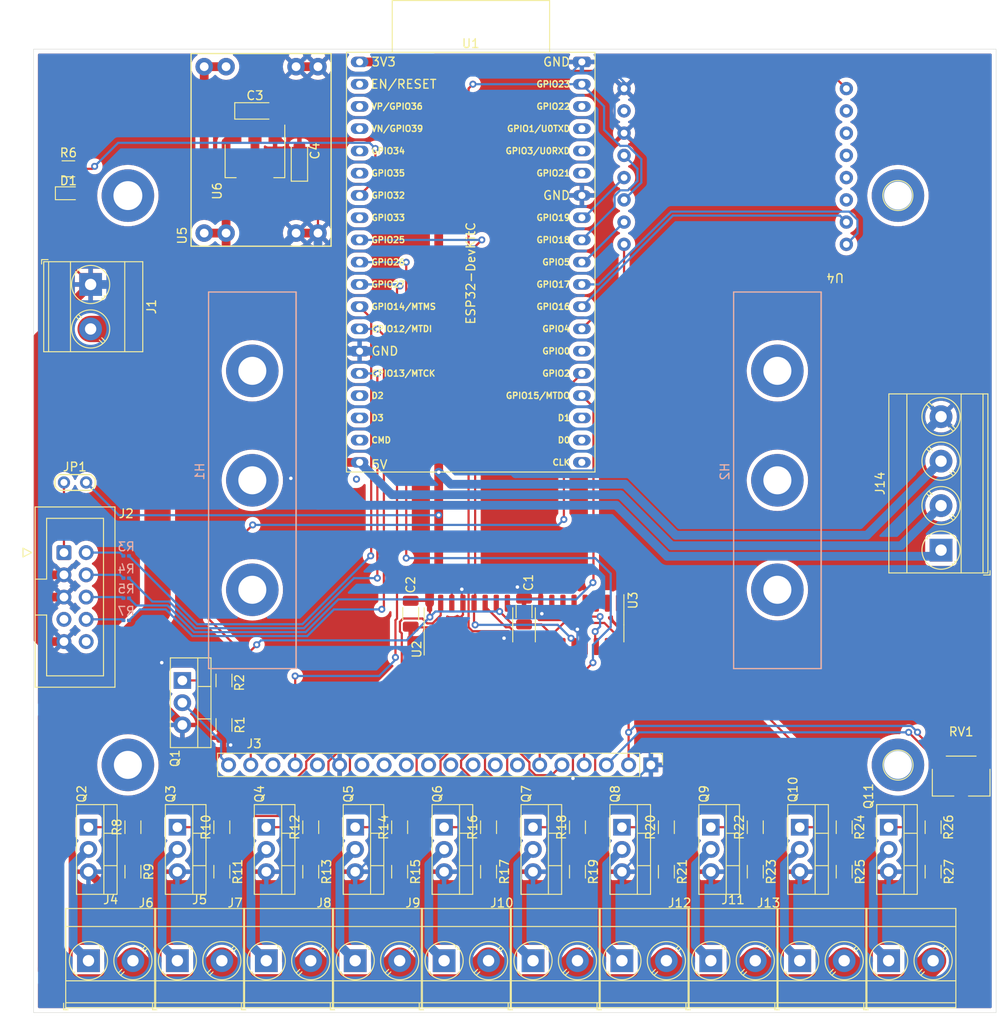
<source format=kicad_pcb>
(kicad_pcb (version 20211014) (generator pcbnew)
  (layers (0 "F.Cu" signal) (31 "B.Cu" signal) (34 "B.Paste" user) (35 "F.Paste" user) (36 "B.SilkS" user "B.Silkscreen") (37 "F.SilkS" user "F.Silkscreen") (38 "B.Mask" user) (39 "F.Mask" user) (44 "Edge.Cuts" user))
  (net 0 "")
  (net 1 "+7.5V")
  (net 2 "GND")
  (net 3 "+3V3")
  (net 4 "/DISP_RST")
  (net 5 "/DISP_CS")
  (net 6 "+24V")
  (net 7 "+5V")
  (net 8 "/GND_DL_SW")
  (net 9 "Net-(J2-Pad2)")
  (net 10 "Net-(J2-Pad4)")
  (net 11 "Net-(J2-Pad6)")
  (net 13 "Net-(J2-Pad8)")
  (net 15 "/DL_SW")
  (net 16 "/ActuatorConn/GATE")
  (net 17 "/sheet5C0162C8/GATE")
  (net 18 "/sheet5C0163D9/GATE")
  (net 19 "/sheet5C0163DC/GATE")
  (net 20 "/sheet5C016537/GATE")
  (net 21 "/SR_LATCH")
  (net 22 "/sheet5C01653A/GATE")
  (net 23 "/sheet5C01653D/GATE")
  (net 24 "/sheet5C016540/GATE")
  (net 25 "/sheet5C0169FB/GATE")
  (net 26 "/sheet5C0169FE/GATE")
  (net 28 "Net-(Q2-Pad1)")
  (net 29 "Net-(Q3-Pad1)")
  (net 30 "Net-(Q4-Pad1)")
  (net 31 "Net-(Q5-Pad1)")
  (net 32 "Net-(Q6-Pad1)")
  (net 33 "Net-(Q7-Pad1)")
  (net 34 "Net-(Q8-Pad1)")
  (net 35 "Net-(Q9-Pad1)")
  (net 36 "Net-(Q10-Pad1)")
  (net 37 "Net-(D1-Pad2)")
  (net 38 "/LED")
  (net 48 "Net-(Q11-Pad1)")
  (net 51 "/RFM69_IRQ")
  (net 52 "/RFM69_RST")
  (net 53 "/RFM69_CS")
  (net 54 "/VSPI_SCK")
  (net 55 "/VSPI_MISO")
  (net 60 "/VSPI_MOSI")
  (net 61 "/VSPI_CLK")
  (net 72 "Net-(J3-Pad3)")
  (net 73 "Net-(Q1-Pad1)")
  (net 81 "/ActuatorConn/ValSW")
  (net 82 "/sheet5C0162C8/ValSW")
  (net 83 "/sheet5C0163D9/ValSW")
  (net 84 "/sheet5C0163DC/ValSW")
  (net 85 "/sheet5C016537/ValSW")
  (net 86 "/sheet5C01653A/ValSW")
  (net 87 "/sheet5C01653D/ValSW")
  (net 88 "/sheet5C016540/ValSW")
  (net 89 "/sheet5C0169FB/ValSW")
  (net 90 "/sheet5C0169FE/ValSW")
  (net 97 "Net-(J2-Pad1)")
  (net 98 "/TMS")
  (net 99 "/TCK")
  (net 100 "/TDO")
  (net 101 "/TDI")
  (net 103 "Net-(U2-Pad9)")
  (net 104 "/ATSHA")
  (footprint "TerminalBlock_Phoenix:TerminalBlock_Phoenix_MKDS-3-2-5.08_1x02_P5.08mm_Horizontal" (layer "F.Cu") (at 187.714755 164.075244)
    (fp_text reference "J13")
    (fp_text value "Screw_Terminal_01x02")
  )
  (footprint "TerminalBlock_Phoenix:TerminalBlock_Phoenix_MKDS-3-2-5.08_1x02_P5.08mm_Horizontal" (layer "F.Cu") (at 136.914755 164.075244)
    (fp_text reference "J8")
    (fp_text value "Screw_Terminal_01x02")
  )
  (footprint "Package_TO_SOT_THT:TO-220-3_Vertical" (layer "F.Cu") (at 177.554755 148.835244 -90)
    (fp_text reference "Q10")
    (fp_text value "Q_NMOS_GDS")
  )
  (footprint "Resistor_SMD:R_1206_3216Metric" (layer "F.Cu") (at 121.674755 148.835244 90)
    (fp_text reference "R12")
    (fp_text value "560R")
  )
  (footprint "Package_SO:SOIC-16_3.9x9.9mm_P1.27mm" (layer "F.Cu") (at 152.4 125.73 -90)
    (fp_text reference "U3")
    (fp_text value "74HC595D_118")
  )
  (footprint "Resistor_SMD:R_1206_3216Metric" (layer "F.Cu") (at 141.994755 153.915244 -90)
    (fp_text reference "R17")
    (fp_text value "10K")
  )
  (footprint "TerminalBlock_Phoenix:TerminalBlock_Phoenix_MKDS-3-2-5.08_1x02_P5.08mm_Horizontal" (layer "F.Cu") (at 106.434755 164.075244)
    (fp_text reference "J5")
    (fp_text value "Screw_Terminal_01x02")
  )
  (footprint "Package_TO_SOT_THT:TO-220-3_Vertical" (layer "F.Cu") (at 187.714755 148.835244 -90)
    (fp_text reference "Q11")
    (fp_text value "Q_NMOS_GDS")
  )
  (footprint "Package_SO:SOIC-16_3.9x9.9mm_P1.27mm" (layer "F.Cu") (at 139.7 125.73 90)
    (fp_text reference "U2")
    (fp_text value "74HC595D_118")
  )
  (footprint "Capacitor_SMD:C_1206_3216Metric" (layer "F.Cu") (at 133.096 124.46 90)
    (fp_text reference "C2")
    (fp_text value "0.1u")
  )
  (footprint "TerminalBlock_Phoenix:TerminalBlock_Phoenix_MKDS-3-4-5.08_1x04_P5.08mm_Horizontal" (layer "F.Cu") (at 193.7 117.2 90)
    (fp_text reference "J14")
    (fp_text value "Screw_Terminal_01x04")
  )
  (footprint "TerminalBlock_Phoenix:TerminalBlock_Phoenix_MKDS-3-2-5.08_1x02_P5.08mm_Horizontal" (layer "F.Cu") (at 96.52 86.868 -90)
    (fp_text reference "J1")
    (fp_text value "Screw_Terminal_01x02")
  )
  (footprint "Resistor_SMD:R_1206_3216Metric" (layer "F.Cu") (at 192.794755 148.835244 90)
    (fp_text reference "R26")
    (fp_text value "560R")
  )
  (footprint "mp1584:MP1584" (layer "F.Cu") (at 116 71.5 -90)
    (fp_text reference "U5")
    (fp_text value "MP1584")
  )
  (footprint "Resistor_SMD:R_1206_3216Metric" (layer "F.Cu") (at 172.474755 153.915244 -90)
    (fp_text reference "R23")
    (fp_text value "10K")
  )
  (footprint "Capacitor_SMD:C_1206_3216Metric" (layer "F.Cu") (at 146.05 124.206 -90)
    (fp_text reference "C1")
    (fp_text value "0.1u")
  )
  (footprint "Package_TO_SOT_THT:TO-220-3_Vertical" (layer "F.Cu") (at 157.234755 148.835244 -90)
    (fp_text reference "Q8")
    (fp_text value "Q_NMOS_GDS")
  )
  (footprint "TestPoint:TestPoint_2Pads_Pitch2.54mm_Drill0.8mm" (layer "F.Cu") (at 96.012 109.474 180)
    (fp_text reference "JP1")
    (fp_text value "Jumper_2_Open")
  )
  (footprint "Package_TO_SOT_THT:TO-220-3_Vertical" (layer "F.Cu") (at 126.754755 148.835244 -90)
    (fp_text reference "Q5")
    (fp_text value "Q_NMOS_GDS")
  )
  (footprint "Resistor_SMD:R_1206_3216Metric" (layer "F.Cu") (at 111.514755 153.915244 -90)
    (fp_text reference "R11")
    (fp_text value "10K")
  )
  (footprint "Resistor_SMD:R_1206_3216Metric" (layer "F.Cu") (at 93.98 73.66)
    (fp_text reference "R6")
    (fp_text value "660R")
  )
  (footprint "Package_TO_SOT_THT:TO-220-3_Vertical" (layer "F.Cu") (at 147.074755 148.835244 -90)
    (fp_text reference "Q7")
    (fp_text value "Q_NMOS_GDS")
  )
  (footprint "TerminalBlock_Phoenix:TerminalBlock_Phoenix_MKDS-3-2-5.08_1x02_P5.08mm_Horizontal" (layer "F.Cu") (at 157.234755 164.075244)
    (fp_text reference "J10")
    (fp_text value "Screw_Terminal_01x02")
  )
  (footprint "LED_SMD:LED_0603_1608Metric" (layer "F.Cu") (at 93.98 76.454)
    (fp_text reference "D1")
    (fp_text value "LED")
  )
  (footprint "TerminalBlock_Phoenix:TerminalBlock_Phoenix_MKDS-3-2-5.08_1x02_P5.08mm_Horizontal" (layer "F.Cu") (at 147.074755 164.075244)
    (fp_text reference "J9")
    (fp_text value "Screw_Terminal_01x02")
  )
  (footprint "Resistor_SMD:R_1206_3216Metric" (layer "F.Cu") (at 182.634755 153.915244 -90)
    (fp_text reference "R25")
    (fp_text value "10K")
  )
  (footprint "Resistor_SMD:R_1206_3216Metric" (layer "F.Cu") (at 111.76 137.16 -90)
    (fp_text reference "R1")
    (fp_text value "10K")
  )
  (footprint "TerminalBlock_Phoenix:TerminalBlock_Phoenix_MKDS-3-2-5.08_1x02_P5.08mm_Horizontal" (layer "F.Cu") (at 96.274755 164.075244)
    (fp_text reference "J4")
    (fp_text value "Screw_Terminal_01x02")
  )
  (footprint "Resistor_SMD:R_1206_3216Metric" (layer "F.Cu") (at 162.314755 148.835244 90)
    (fp_text reference "R20")
    (fp_text value "560R")
  )
  (footprint "Resistor_SMD:R_1206_3216Metric" (layer "F.Cu") (at 131.834755 153.915244 -90)
    (fp_text reference "R15")
    (fp_text value "10K")
  )
  (footprint "parts:12864_LCD_128x64" (layer "F.Cu") (at 144.78 109.22)
    (fp_text reference "J3")
    (fp_text value "Conn_01x20")
  )
  (footprint "Package_TO_SOT_THT:TO-220-3_Vertical" (layer "F.Cu") (at 106.434755 148.835244 -90)
    (fp_text reference "Q3")
    (fp_text value "Q_NMOS_GDS")
  )
  (footprint "Resistor_SMD:R_1206_3216Metric" (layer "F.Cu") (at 152.154755 153.915244 -90)
    (fp_text reference "R19")
    (fp_text value "10K")
  )
  (footprint "Resistor_SMD:R_1206_3216Metric" (layer "F.Cu") (at 182.634755 148.835244 90)
    (fp_text reference "R24")
    (fp_text value "560R")
  )
  (footprint "Resistor_SMD:R_1206_3216Metric" (layer "F.Cu") (at 141.994755 148.835244 90)
    (fp_text reference "R16")
    (fp_text value "560R")
  )
  (footprint "Potentiometer_SMD:Potentiometer_Bourns_3269W_Vertical" (layer "F.Cu") (at 196 143)
    (fp_text reference "RV1")
    (fp_text value "R_POT")
  )
  (footprint "Resistor_SMD:R_1206_3216Metric" (layer "F.Cu") (at 111.514755 148.835244 90)
    (fp_text reference "R10")
    (fp_text value "560R")
  )
  (footprint "Package_TO_SOT_THT:TO-220-3_Vertical" (layer "F.Cu") (at 116.594755 148.835244 -90)
    (fp_text reference "Q4")
    (fp_text value "Q_NMOS_GDS")
  )
  (footprint "TerminalBlock_Phoenix:TerminalBlock_Phoenix_MKDS-3-2-5.08_1x02_P5.08mm_Horizontal" (layer "F.Cu") (at 116.594755 164.075244)
    (fp_text reference "J6")
    (fp_text value "Screw_Terminal_01x02")
  )
  (footprint "TerminalBlock_Phoenix:TerminalBlock_Phoenix_MKDS-3-2-5.08_1x02_P5.08mm_Horizontal" (layer "F.Cu") (at 177.554755 164.075244)
    (fp_text reference "J12")
    (fp_text value "Screw_Terminal_01x02")
  )
  (footprint "Resistor_SMD:R_1206_3216Metric" (layer "F.Cu") (at 101.354755 153.915244 -90)
    (fp_text reference "R9")
    (fp_text value "10K")
  )
  (footprint "Capacitor_Tantalum_SMD:CP_EIA-3216-18_Kemet-A" (layer "F.Cu") (at 120.38 72.765 90)
    (fp_text reference "C4")
    (fp_text value "10u")
  )
  (footprint "Package_TO_SOT_SMD:SOT-223-3_TabPin2" (layer "F.Cu") (at 115.3 72.765 -90)
    (fp_text reference "U6")
    (fp_text value "LM1117-5.0")
  )
  (footprint "Resistor_SMD:R_1206_3216Metric" (layer "F.Cu") (at 162.314755 153.915244 -90)
    (fp_text reference "R21")
    (fp_text value "10K")
  )
  (footprint "Resistor_SMD:R_1206_3216Metric" (layer "F.Cu") (at 152.154755 148.835244 90)
    (fp_text reference "R18")
    (fp_text value "560R")
  )
  (footprint "Package_TO_SOT_THT:TO-220-3_Vertical" (layer "F.Cu") (at 136.914755 148.835244 -90)
    (fp_text reference "Q6")
    (fp_text value "Q_NMOS_GDS")
  )
  (footprint "Espressif:ESP32-DevKitC" (layer "F.Cu") (at 127.254 61.457511)
    (fp_text reference "U1")
    (fp_text value "ESP32-DevKitC")
  )
  (footprint "Resistor_SMD:R_1206_3216Metric" (layer "F.Cu") (at 131.834755 148.835244 90)
    (fp_text reference "R14")
    (fp_text value "560R")
  )
  (footprint "Resistor_SMD:R_1206_3216Metric" (layer "F.Cu") (at 192.794755 153.915244 -90)
    (fp_text reference "R27")
    (fp_text value "10K")
  )
  (footprint "Package_TO_SOT_THT:TO-220-3_Vertical" (layer "F.Cu") (at 107.005 132.08 -90)
    (fp_text reference "Q1")
    (fp_text value "Q_NMOS_GDS")
  )
  (footprint "Resistor_SMD:R_1206_3216Metric" (layer "F.Cu") (at 172.474755 148.835244 90)
    (fp_text reference "R22")
    (fp_text value "560R")
  )
  (footprint "Connector_IDC:IDC-Header_2x05_P2.54mm_Vertical" (layer "F.Cu") (at 93.472 117.48)
    (fp_text reference "J2")
    (fp_text value "Conn_02x05_Odd_Even")
  )
  (footprint "Package_TO_SOT_THT:TO-220-3_Vertical" (layer "F.Cu") (at 167.394755 148.835244 -90)
    (fp_text reference "Q9")
    (fp_text value "Q_NMOS_GDS")
  )
  (footprint "Capacitor_Tantalum_SMD:CP_EIA-3216-18_Kemet-A" (layer "F.Cu") (at 115.3 67.05)
    (fp_text reference "C3")
    (fp_text value "10u")
  )
  (footprint "Resistor_SMD:R_1206_3216Metric" (layer "F.Cu") (at 121.674755 153.915244 -90)
    (fp_text reference "R13")
    (fp_text value "10K")
  )
  (footprint "Resistor_SMD:R_1206_3216Metric" (layer "F.Cu") (at 101.354755 148.835244 90)
    (fp_text reference "R8")
    (fp_text value "560R")
  )
  (footprint "RFM69HCW_ATSHA204A_Breakout:RFM69HCW_ATSHA204A_Breakout" (layer "F.Cu") (at 170.18 73.395511 180)
    (fp_text reference "U4")
    (fp_text value "RFM69-ATSHA-breakout")
  )
  (footprint "TerminalBlock_Phoenix:TerminalBlock_Phoenix_MKDS-3-2-5.08_1x02_P5.08mm_Horizontal" (layer "F.Cu") (at 126.754755 164.075244)
    (fp_text reference "J7")
    (fp_text value "Screw_Terminal_01x02")
  )
  (footprint "Package_TO_SOT_THT:TO-220-3_Vertical" (layer "F.Cu") (at 96.274755 148.835244 -90)
    (fp_text reference "Q2")
    (fp_text value "Q_NMOS_GDS")
  )
  (footprint "Resistor_SMD:R_1206_3216Metric" (layer "F.Cu") (at 111.76 132.08 90)
    (fp_text reference "R2")
    (fp_text value "560R")
  )
  (footprint "TerminalBlock_Phoenix:TerminalBlock_Phoenix_MKDS-3-2-5.08_1x02_P5.08mm_Horizontal" (layer "F.Cu") (at 167.394755 164.075244)
    (fp_text reference "J11")
    (fp_text value "Screw_Terminal_01x02")
  )
  (footprint "Resistor_SMD:R_0201_0603Metric" (layer "B.Cu") (at 100.584 125.222 180)
    (fp_text reference "R7")
    (fp_text value "100R")
  )
  (footprint "Resistor_SMD:R_0201_0603Metric" (layer "B.Cu") (at 100.584 122.682 180)
    (fp_text reference "R5")
    (fp_text value "100R")
  )
  (footprint "Resistor_SMD:R_0201_0603Metric" (layer "B.Cu") (at 100.584 117.856 180)
    (fp_text reference "R3")
    (fp_text value "100R")
  )
  (footprint "parts:PCB_DINrail_holder" (layer "B.Cu") (at 175 109.22698 180)
    (fp_text reference "H2")
    (fp_text value "MountingHole")
  )
  (footprint "parts:PCB_DINrail_holder" (layer "B.Cu") (at 115 109.22698 180)
    (fp_text reference "H1")
    (fp_text value "MountingHole")
  )
  (footprint "Resistor_SMD:R_0201_0603Metric" (layer "B.Cu") (at 100.584 120.396 180)
    (fp_text reference "R4")
    (fp_text value "100R")
  )
  (gr_circle (center 188.77 76.71) (end 190.15 77.73) (layer "F.SilkS") (width 0.12) (fill none))
  (gr_circle (center 188.79 141.743959) (end 190.17 142.763959) (layer "F.SilkS") (width 0.12) (fill none))
  (gr_rect (start 90 170) (end 200 60) (layer "Edge.Cuts") (width 0.05) (fill none))
  (segment (start 112 70.615) (end 113 69.615) (width 1) (layer "F.Cu") (net 1))
  (segment (start 109.5 81) (end 112 81) (width 1) (layer "F.Cu") (net 1))
  (segment (start 119.099991 108.699991) (end 119.099991 89.896369) (width 1) (layer "F.Cu") (net 1))
  (segment (start 119.4 109) (end 119.099991 108.699991) (width 1) (layer "F.Cu") (net 1))
  (segment (start 113 68) (end 113 69.615) (width 0.25) (layer "F.Cu") (net 1))
  (segment (start 113.95 67.05) (end 113 68) (width 0.25) (layer "F.Cu") (net 1))
  (segment (start 112 82.796378) (end 112 81) (width 1) (layer "F.Cu") (net 1))
  (segment (start 112 81) (end 112 70.615) (width 1) (layer "F.Cu") (net 1))
  (segment (start 119.099991 89.896369) (end 112 82.796378) (width 1) (layer "F.Cu") (net 1))
  (via (at 119.4 109) (size 0.8) (drill 0.4) (layers "F.Cu" "B.Cu") (net 1))
  (via (at 126.9 109.1) (size 0.8) (drill 0.4) (layers "F.Cu" "B.Cu") (net 1))
  (segment (start 162.4058 117.898541) (end 157.203629 112.696371) (width 1) (layer "B.Cu") (net 1))
  (segment (start 193.7 117.2) (end 193.001459 117.898541) (width 1) (layer "B.Cu") (net 1))
  (segment (start 156.582831 112.075573) (end 154.7 112.075573) (width 1) (layer "B.Cu") (net 1))
  (segment (start 154.7 112.075573) (end 122.475573 112.075573) (width 1) (layer "B.Cu") (net 1))
  (segment (start 193.001459 117.898541) (end 162.4058 117.898541) (width 1) (layer "B.Cu") (net 1))
  (segment (start 122.475573 112.075573) (end 119.4 109) (width 1) (layer "B.Cu") (net 1))
  (segment (start 157.203629 112.696371) (end 156.582831 112.075573) (width 1) (layer "B.Cu") (net 1))
  (segment (start 90.520489 122.839511) (end 90.8 122.56) (width 1) (layer "F.Cu") (net 2))
  (segment (start 106.434755 153.915244) (end 106.434755 155.189244) (width 1) (layer "F.Cu") (net 2))
  (segment (start 119.4 71.415) (end 117.6 69.615) (width 0.25) (layer "F.Cu") (net 2))
  (segment (start 144.145 127.635) (end 143.764 127.254) (width 0.25) (layer "F.Cu") (net 2))
  (segment (start 157.234755 155.185244) (end 157.042255 155.377744) (width 1) (layer "F.Cu") (net 2))
  (segment (start 106.434755 155.189244) (end 106.623255 155.377744) (width 1) (layer "F.Cu") (net 2))
  (segment (start 157.042255 155.377744) (end 162.314755 155.377744) (width 1) (layer "F.Cu") (net 2))
  (segment (start 148.082 124.46) (end 148.082 123.157) (width 0.25) (layer "F.Cu") (net 2))
  (segment (start 155.194 75.438) (end 153.931769 76.700231) (width 0.25) (layer "F.Cu") (net 2))
  (segment (start 146.05 122.731) (end 147.656 122.731) (width 0.25) (layer "F.Cu") (net 2))
  (segment (start 192.794755 155.377744) (end 187.907255 155.377744) (width 1) (layer "F.Cu") (net 2))
  (segment (start 187.714755 153.915244) (end 187.714755 155.185244) (width 1) (layer "F.Cu") (net 2))
  (segment (start 120 62) (end 122.5 62) (width 1) (layer "F.Cu") (net 2))
  (segment (start 93.1925 83.6675) (end 93.3195 83.6675) (width 0.25) (layer "F.Cu") (net 2))
  (segment (start 116.65 65.35) (end 120 62) (width 0.25) (layer "F.Cu") (net 2))
  (segment (start 104.648 130.048) (end 104.648 134.803) (width 1) (layer "F.Cu") (net 2))
  (segment (start 147.074755 155.185244) (end 147.267255 155.377744) (width 1) (layer "F.Cu") (net 2))
  (segment (start 146.05 122.174) (end 145.288 121.412) (width 0.25) (layer "F.Cu") (net 2))
  (segment (start 120.38 71.415) (end 119.4 71.415) (width 0.25) (layer "F.Cu") (net 2))
  (segment (start 126.754755 153.915244) (end 126.754755 155.189244) (width 1) (layer "F.Cu") (net 2))
  (segment (start 106.623255 155.377744) (end 111.514755 155.377744) (width 1) (layer "F.Cu") (net 2))
  (segment (start 116.65 67.05) (end 116.65 65.35) (width 0.25) (layer "F.Cu") (net 2))
  (segment (start 139.065 124.587) (end 139.065 123.255) (width 0.25) (layer "F.Cu") (net 2))
  (segment (start 116.594755 153.915244) (end 116.594755 155.185244) (width 1) (layer "F.Cu") (net 2))
  (segment (start 93.1925 76.454) (end 93.1925 83.6675) (width 0.25) (layer "F.Cu") (net 2))
  (segment (start 121.674755 155.377744) (end 126.943255 155.377744) (width 1) (layer "F.Cu") (net 2))
  (segment (start 138.938 121.666) (end 138.938 122.903) (width 0.25) (layer "F.Cu") (net 2))
  (segment (start 177.554755 153.915244) (end 177.554755 155.185244) (width 1) (layer "F.Cu") (net 2))
  (segment (start 136.914755 153.915244) (end 136.914755 155.185244) (width 1) (layer "F.Cu") (net 2))
  (segment (start 90.520489 122.839511) (end 90.520489 127.360489) (width 1) (layer "F.Cu") (net 2))
  (segment (start 167.394755 153.915244) (end 167.394755 155.185244) (width 1) (layer "F.Cu") (net 2))
  (segment (start 147.074755 153.915244) (end 147.074755 155.185244) (width 1) (layer "F.Cu") (net 2))
  (segment (start 90.520489 119.730489) (end 90.520489 92.867511) (width 1) (layer "F.Cu") (net 2))
  (segment (start 122.5 81) (end 120 81) (width 1) (layer "F.Cu") (net 2))
  (segment (start 151.638 130.302) (end 151.638 143.256) (width 0.25) (layer "F.Cu") (net 2))
  (segment (start 153.035 127.127) (end 152.146 126.238) (width 0.25) (layer "F.Cu") (net 2))
  (segment (start 133.096 125.935) (end 133.175011 126.014011) (width 0.25) (layer "F.Cu") (net 2))
  (segment (start 93.3195 83.6675) (end 96.52 86.868) (width 0.25) (layer "F.Cu") (net 2))
  (segment (start 153.035 128.43) (end 153.035 128.905) (width 0.25) (layer "F.Cu") (net 2))
  (segment (start 137.107255 155.377744) (end 131.834755 155.377744) (width 1) (layer "F.Cu") (net 2))
  (segment (start 167.394755 155.185244) (end 167.202255 155.377744) (width 1) (layer "F.Cu") (net 2))
  (segment (start 162.314755 155.377744) (end 167.202255 155.377744) (width 1) (layer "F.Cu") (net 2))
  (segment (start 153.035 128.43) (end 153.035 127.127) (width 0.25) (layer "F.Cu") (net 2))
  (segment (start 137.637989 126.014011) (end 139.065 124.587) (width 0.25) (layer "F.Cu") (net 2))
  (segment (start 90.520489 127.360489) (end 90.8 127.64) (width 1) (layer "F.Cu") (net 2))
  (segment (start 157.48 69.585511) (end 155.194 71.871511) (width 0.25) (layer "F.Cu") (net 2))
  (segment (start 122.5 73.535) (end 122.5 81) (width 0.25) (layer "F.Cu") (net 2))
  (segment (start 111.514755 155.377744) (end 116.402255 155.377744) (width 1) (layer "F.Cu") (net 2))
  (segment (start 152.154755 155.377744) (end 157.042255 155.377744) (width 1) (layer "F.Cu") (net 2))
  (segment (start 104.648 134.803) (end 107.005 137.16) (width 1) (layer "F.Cu") (net 2))
  (segment (start 116.65 67.05) (end 117.6 68) (width 0.25) (layer "F.Cu") (net 2))
  (segment (start 111.76 138.684) (end 112.522 139.446) (width 0.25) (layer "F.Cu") (net 2))
  (segment (start 126.754755 155.189244) (end 126.943255 155.377744) (width 1) (layer "F.Cu") (net 2))
  (segment (start 187.907255 155.377744) (end 182.634755 155.377744) (width 1) (layer "F.Cu") (net 2))
  (segment (start 101.354755 155.377744) (end 106.623255 155.377744) (width 1) (layer "F.Cu") (net 2))
  (segment (start 187.714755 155.185244) (end 187.907255 155.377744) (width 1) (layer "F.Cu") (net 2))
  (segment (start 192.794755 155.377744) (end 197.08625 151.08625) (width 0.25) (layer "F.Cu") (net 2))
  (segment (start 147.267255 155.377744) (end 152.154755 155.377744) (width 1) (layer "F.Cu") (net 2))
  (segment (start 101.354755 155.377744) (end 97.737255 155.377744) (width 1) (layer "F.Cu") (net 2))
  (segment (start 120.38 71.415) (end 122.5 73.535) (width 0.25) (layer "F.Cu") (net 2))
  (segment (start 90.520489 119.730489) (end 90.81 120.02) (width 1) (layer "F.Cu") (net 2))
  (segment (start 116.402255 155.377744) (end 121.674755 155.377744) (width 1) (layer "F.Cu") (net 2))
  (segment (start 157.234755 153.915244) (end 157.234755 155.185244) (width 1) (layer "F.Cu") (net 2))
  (segment (start 147.656 122.731) (end 147.955 123.03) (width 0.25) (layer "F.Cu") (net 2))
  (segment (start 116.594755 155.185244) (end 116.402255 155.377744) (width 1) (layer "F.Cu") (net 2))
  (segment (start 117.6 68) (end 117.6 69.615) (width 0.25) (layer "F.Cu") (net 2))
  (segment (start 133.175011 126.014011) (end 137.637989 126.014011) (width 0.25) (layer "F.Cu") (net 2))
  (segment (start 136.914755 155.185244) (end 137.107255 155.377744) (width 1) (layer "F.Cu") (net 2))
  (segment (start 167.202255 155.377744) (end 172.474755 155.377744) (width 1) (layer "F.Cu") (net 2))
  (segment (start 172.474755 155.377744) (end 177.362255 155.377744) (width 1) (layer "F.Cu") (net 2))
  (segment (start 148.082 123.157) (end 147.955 123.03) (width 0.25) (layer "F.Cu") (net 2))
  (segment (start 90.520489 122.839511) (end 90.520489 119.730489) (width 1) (layer "F.Cu") (net 2))
  (segment (start 111.76 138.6225) (end 111.76 138.684) (width 0.25) (layer "F.Cu") (net 2))
  (segment (start 90.8 127.64) (end 93.472 127.64) (width 1) (layer "F.Cu") (net 2))
  (segment (start 197.08625 151.08625) (end 198.54 149.6325) (width 0.25) (layer "F.Cu") (net 2))
  (segment (start 126.943255 155.377744) (end 131.834755 155.377744) (width 1) (layer "F.Cu") (net 2))
  (segment (start 153.931769 76.700231) (end 152.65768 76.700231) (width 0.25) (layer "F.Cu") (net 2))
  (segment (start 97.737255 155.377744) (end 96.274755 153.915244) (width 1) (layer "F.Cu") (net 2))
  (segment (start 90.520489 92.867511) (end 96.52 86.868) (width 1) (layer "F.Cu") (net 2))
  (segment (start 177.362255 155.377744) (end 182.634755 155.377744) (width 1) (layer "F.Cu") (net 2))
  (segment (start 90.81 120.02) (end 93.472 120.02) (width 1) (layer "F.Cu") (net 2))
  (segment (start 198.54 140.585) (end 198.54 149.6325) (width 0.25) (layer "F.Cu") (net 2))
  (segment (start 141.994755 155.377744) (end 137.107255 155.377744) (width 1) (layer "F.Cu") (net 2))
  (segment (start 110.2975 137.16) (end 111.76 138.6225) (width 0.25) (layer "F.Cu") (net 2))
  (segment (start 141.994755 155.377744) (end 147.267255 155.377744) (width 1) (layer "F.Cu") (net 2))
  (segment (start 177.554755 155.185244) (end 177.362255 155.377744) (width 1) (layer "F.Cu") (net 2))
  (segment (start 107.005 137.16) (end 110.2975 137.16) (width 0.25) (layer "F.Cu") (net 2))
  (segment (start 90.8 122.56) (end 93.472 122.56) (width 1) (layer "F.Cu") (net 2))
  (segment (start 146.05 122.731) (end 146.05 122.174) (width 0.25) (layer "F.Cu") (net 2))
  (segment (start 155.194 71.871511) (end 155.194 75.438) (width 0.25) (layer "F.Cu") (net 2))
  (segment (start 138.938 122.903) (end 139.065 123.03) (width 0.25) (layer "F.Cu") (net 2))
  (segment (start 153.035 128.905) (end 151.638 130.302) (width 0.25) (layer "F.Cu") (net 2))
  (segment (start 144.145 128.43) (end 144.145 127.635) (width 0.25) (layer "F.Cu") (net 2))
  (via (at 138.938 121.666) (size 0.8) (drill 0.4) (layers "F.Cu" "B.Cu") (net 2))
  (via (at 152.146 126.238) (size 0.8) (drill 0.4) (layers "F.Cu" "B.Cu") (net 2))
  (via (at 112.522 139.446) (size 0.8) (drill 0.4) (layers "F.Cu" "B.Cu") (net 2))
  (via (at 145.288 121.412) (size 0.8) (drill 0.4) (layers "F.Cu" "B.Cu") (net 2))
  (via (at 104.648 130.048) (size 0.8) (drill 0.4) (layers "F.Cu" "B.Cu") (net 2))
  (via (at 143.764 127.254) (size 0.8) (drill 0.4) (layers "F.Cu" "B.Cu") (net 2))
  (via (at 151.638 143.256) (size 0.8) (drill 0.4) (layers "F.Cu" "B.Cu") (net 2))
  (via (at 148.082 124.46) (size 0.8) (drill 0.4) (layers "F.Cu" "B.Cu") (net 2))
  (segment (start 128.778 147.32) (end 128.778 152.146) (width 0.25) (layer "B.Cu") (net 2))
  (segment (start 151.638 143.256) (end 159.004794 143.256) (width 0.25) (layer "B.Cu") (net 2))
  (segment (start 156.393489 65.592022) (end 156.393489 68.499) (width 0.25) (layer "B.Cu") (net 2))
  (segment (start 127.25768 94.480231) (end 125.880231 94.480231) (width 1) (layer "B.Cu") (net 2))
  (segment (start 143.764 127.254) (end 150.114 127.254) (width 0.25) (layer "B.Cu") (net 2))
  (segment (start 184.4 114.3) (end 190.4 108.3) (width 1) (layer "B.Cu") (net 2))
  (segment (start 150.114 127.254) (end 151.638 128.778) (width 0.25) (layer "B.Cu") (net 2))
  (segment (start 190.4 108.3) (end 190.4 105.26) (width 1) (layer "B.Cu") (net 2))
  (segment (start 124.98 143.522) (end 128.778 147.32) (width 0.25) (layer "B.Cu") (net 2))
  (segment (start 139.192 121.412) (end 138.938 121.666) (width 0.25) (layer "B.Cu") (net 2))
  (segment (start 190.4 105.26) (end 193.7 101.96) (width 1) (layer "B.Cu") (net 2))
  (segment (start 125.880231 94.480231) (end 122.5 91.1) (width 1) (layer "B.Cu") (net 2))
  (segment (start 128.778 152.146) (end 127.008756 153.915244) (width 0.25) (layer "B.Cu") (net 2))
  (segment (start 156.393489 68.499) (end 157.48 69.585511) (width 0.25) (layer "B.Cu") (net 2))
  (segment (start 152.146 128.27) (end 152.146 126.238) (width 0.25) (layer "B.Cu") (net 2))
  (segment (start 151.117911 63) (end 152.65768 61.460231) (width 0.25) (layer "B.Cu") (net 2))
  (segment (start 152.146 126.238) (end 150.368 124.46) (width 0.25) (layer "B.Cu") (net 2))
  (segment (start 131.080231 94.480231) (end 145.077031 108.477031) (width 1) (layer "B.Cu") (net 2))
  (segment (start 145.077031 108.477031) (end 158.077031 108.477031) (width 1) (layer "B.Cu") (net 2))
  (segment (start 93.472 127.64) (end 95.88 130.048) (width 1) (layer "B.Cu") (net 2))
  (segment (start 122.705206 139.446) (end 124.98 141.720794) (width 0.25) (layer "B.Cu") (net 2))
  (segment (start 163.9 114.3) (end 184.4 114.3) (width 1) (layer "B.Cu") (net 2))
  (segment (start 114.132 86.868) (end 96.52 86.868) (width 1) (layer "B.Cu") (net 2))
  (segment (start 159.004794 143.256) (end 159.004794 152.145205) (width 0.25) (layer "B.Cu") (net 2))
  (segment (start 150.368 124.46) (end 148.082 124.46) (width 0.25) (layer "B.Cu") (net 2))
  (segment (start 123.5 63) (end 151.117911 63) (width 0.25) (layer "B.Cu") (net 2))
  (segment (start 124.98 141.720794) (end 124.98 143.522) (width 0.25) (layer "B.Cu") (net 2))
  (segment (start 145.288 121.412) (end 139.192 121.412) (width 0.25) (layer "B.Cu") (net 2))
  (segment (start 159.004794 152.145205) (end 157.234755 153.915244) (width 0.25) (layer "B.Cu") (net 2))
  (segment (start 112.522 139.446) (end 122.705206 139.446) (width 0.25) (layer "B.Cu") (net 2))
  (segment (start 158.077031 108.477031) (end 163.9 114.3) (width 1) (layer "B.Cu") (net 2))
  (segment (start 122.5 91.1) (end 122.5 81) (width 1) (layer "B.Cu") (net 2))
  (segment (start 122.5 62) (end 123.5 63) (width 0.25) (layer "B.Cu") (net 2))
  (segment (start 157.48 64.505511) (end 156.393489 65.592022) (width 0.25) (layer "B.Cu") (net 2))
  (segment (start 151.638 128.778) (end 152.146 128.27) (width 0.25) (layer "B.Cu") (net 2))
  (segment (start 157.48 63.754) (end 157.48 64.505511) (width 0.25) (layer "B.Cu") (net 2))
  (segment (start 120 81) (end 114.132 86.868) (width 1) (layer "B.Cu") (net 2))
  (segment (start 159.004794 143.256) (end 160.54 141.720794) (width 0.25) (layer "B.Cu") (net 2))
  (segment (start 127.25768 94.480231) (end 131.080231 94.480231) (width 1) (layer "B.Cu") (net 2))
  (segment (start 155.186231 61.460231) (end 157.48 63.754) (width 0.25) (layer "B.Cu") (net 2))
  (segment (start 127.008756 153.915244) (end 126.754755 153.915244) (width 0.25) (layer "B.Cu") (net 2))
  (segment (start 95.88 130.048) (end 104.648 130.048) (width 1) (layer "B.Cu") (net 2))
  (segment (start 152.65768 61.460231) (end 155.186231 61.460231) (width 0.25) (layer "B.Cu") (net 2))
  (segment (start 127.25768 61.460231) (end 135.060231 61.460231) (width 1) (layer "F.Cu") (net 3))
  (segment (start 142.875 123.825) (end 143.256 124.206) (width 0.25) (layer "F.Cu") (net 3))
  (segment (start 136.084 62.484) (end 180.858489 62.484) (width 0.25) (layer "F.Cu") (net 3))
  (segment (start 180.858489 62.484) (end 182.88 64.505511) (width 0.25) (layer "F.Cu") (net 3))
  (segment (start 157.988 128.778) (end 157.193 128.778) (width 0.25) (layer "F.Cu") (net 3))
  (segment (start 127.25768 61.460231) (end 130.563769 61.460231) (width 0.25) (layer "F.Cu") (net 3))
  (segment (start 143.257408 124.206) (end 144.732408 125.681) (width 0.25) (layer "F.Cu") (net 3))
  (segment (start 144.732408 125.681) (end 146.05 125.681) (width 0.25) (layer "F.Cu") (net 3))
  (segment (start 158 141.720794) (end 158 128.79) (width 0.25) (layer "F.Cu") (net 3))
  (segment (start 135.060231 61.460231) (end 136.084 62.484) (width 1) (layer "F.Cu") (net 3))
  (segment (start 142.875 123.255) (end 142.875 123.825) (width 0.25) (layer "F.Cu") (net 3))
  (segment (start 149.225 126.873) (end 148.033 125.681) (width 0.25) (layer "F.Cu") (net 3))
  (segment (start 114.82 128.68) (end 115.5 128) (width 0.25) (layer "F.Cu") (net 3))
  (segment (start 136.3 113.2) (end 136.3 119.2) (width 1) (layer "F.Cu") (net 3))
  (segment (start 191.012299 138.137299) (end 191.012299 137.987701) (width 0.25) (layer "F.Cu") (net 3))
  (segment (start 136.3 119.2) (end 135.255 120.245) (width 1) (layer "F.Cu") (net 3))
  (segment (start 149.225 128.205) (end 149.225 126.873) (width 0.25) (layer "F.Cu") (net 3))
  (segment (start 143.256 124.206) (end 143.257408 124.206) (width 0.25) (layer "F.Cu") (net 3))
  (segment (start 114.82 141.720794) (end 114.82 128.68) (width 0.25) (layer "F.Cu") (net 3))
  (segment (start 193.46 140.585) (end 191.012299 138.137299) (width 0.25) (layer "F.Cu") (net 3))
  (segment (start 136.084 62.484) (end 136.3 62.7) (width 1) (layer "F.Cu") (net 3))
  (segment (start 150.584501 125.513499) (end 149.225 126.873) (width 0.25) (layer "F.Cu") (net 3))
  (segment (start 134.985 122.985) (end 135.255 123.255) (width 0.25) (layer "F.Cu") (net 3))
  (segment (start 158 128.79) (end 157.988 128.778) (width 0.25) (layer "F.Cu") (net 3))
  (segment (start 130.755711 61.652173) (end 130.563769 61.460231) (width 0.25) (layer "F.Cu") (net 3))
  (segment (start 148.033 125.681) (end 146.05 125.681) (width 0.25) (layer "F.Cu") (net 3))
  (segment (start 150.584501 125.513499) (end 155.231499 125.513499) (width 0.25) (layer "F.Cu") (net 3))
  (segment (start 130.563769 61.460231) (end 131.056231 61.460231) (width 0.25) (layer "F.Cu") (net 3))
  (segment (start 157.193 128.778) (end 156.845 128.43) (width 0.25) (layer "F.Cu") (net 3))
  (segment (start 135.289998 123.289998) (end 135.255 123.255) (width 0.25) (layer "F.Cu") (net 3))
  (segment (start 135.255 120.245) (end 135.255 123.255) (width 1) (layer "F.Cu") (net 3))
  (segment (start 156.845 128.205) (end 156.845 127.127) (width 0.25) (layer "F.Cu") (net 3))
  (segment (start 136.3 62.7) (end 136.3 113.2) (width 1) (layer "F.Cu") (net 3))
  (segment (start 135.289998 124.84) (end 135.289998 123.289998) (width 0.25) (layer "F.Cu") (net 3))
  (segment (start 156.845 127.127) (end 155.231499 125.513499) (width 0.25) (layer "F.Cu") (net 3))
  (segment (start 133.096 122.985) (end 134.985 122.985) (width 0.25) (layer "F.Cu") (net 3))
  (via (at 136.3 108.3) (size 0.8) (drill 0.4) (layers "F.Cu" "B.Cu") (net 3))
  (via (at 191.012299 137.987701) (size 0.8) (drill 0.4) (layers "F.Cu" "B.Cu") (net 3))
  (via (at 143.256 124.206) (size 0.8) (drill 0.4) (layers "F.Cu" "B.Cu") (net 3))
  (via (at 115.5 128) (size 0.8) (drill 0.4) (layers "F.Cu" "B.Cu") (net 3))
  (via (at 158 138) (size 0.8) (drill 0.4) (layers "F.Cu" "B.Cu") (net 3))
  (via (at 135.289998 124.84) (size 0.8) (drill 0.4) (layers "F.Cu" "B.Cu") (net 3))
  (via (at 136.3 113.2) (size 0.8) (drill 0.4) (layers "F.Cu" "B.Cu") (net 3))
  (segment (start 191 138) (end 191.012299 137.987701) (width 0.25) (layer "B.Cu") (net 3))
  (segment (start 190.300099 137.275499) (end 191 137.9754) (width 0.25) (layer "B.Cu") (net 3))
  (segment (start 136.29 113.21) (end 136.3 113.2) (width 0.25) (layer "B.Cu") (net 3))
  (segment (start 96.012 109.474) (end 99.748 113.21) (width 0.25) (layer "B.Cu") (net 3))
  (segment (start 158.724501 137.275499) (end 190.300099 137.275499) (width 0.25) (layer "B.Cu") (net 3))
  (segment (start 135.289998 124.84) (end 132.629998 127.5) (width 0.25) (layer "B.Cu") (net 3))
  (segment (start 143.256 124.206) (end 135.923998 124.206) (width 0.25) (layer "B.Cu") (net 3))
  (segment (start 157.576542 109.676542) (end 137.676542 109.676542) (width 1) (layer "B.Cu") (net 3))
  (segment (start 191 137.9754) (end 191 138) (width 0.25) (layer "B.Cu") (net 3))
  (segment (start 132.629998 127.5) (end 116 127.5) (width 0.25) (layer "B.Cu") (net 3))
  (segment (start 185.24049 115.49951) (end 163.403146 115.49951) (width 1) (layer "B.Cu") (net 3))
  (segment (start 158 138) (end 158.724501 137.275499) (width 0.25) (layer "B.Cu") (net 3))
  (segment (start 135.923998 124.206) (end 135.289998 124.84) (width 0.25) (layer "B.Cu") (net 3))
  (segment (start 135.163998 124.714) (end 135.289998 124.84) (width 0.25) (layer "B.Cu") (net 3))
  (segment (start 116 127.5) (end 115.5 128) (width 0.25) (layer "B.Cu") (net 3))
  (segment (start 99.748 113.21) (end 136.29 113.21) (width 0.25) (layer "B.Cu") (net 3))
  (segment (start 193.7 107.04) (end 185.24049 115.49951) (width 1) (layer "B.Cu") (net 3))
  (segment (start 163.3 115.4) (end 157.576542 109.676542) (width 1) (layer "B.Cu") (net 3))
  (segment (start 163.303636 115.4) (end 163.3 115.4) (width 1) (layer "B.Cu") (net 3))
  (segment (start 137.676542 109.676542) (end 136.3 108.3) (width 1) (layer "B.Cu") (net 3))
  (segment (start 163.403146 115.49951) (end 163.303636 115.4) (width 1) (layer "B.Cu") (net 3))
  (segment (start 119.888 131.572) (end 119.9 131.584) (width 0.25) (layer "F.Cu") (net 4))
  (segment (start 131.534501 125.014099) (end 131.3555 125.1931) (width 0.25) (layer "F.Cu") (net 4))
  (segment (start 131.3555 125.1931) (end 131.3555 129.445855) (width 0.25) (layer "F.Cu") (net 4))
  (segment (start 119.9 131.584) (end 119.9 141.720794) (width 0.25) (layer "F.Cu") (net 4))
  (segment (start 131.8635 87.044184) (end 131.534501 87.373183) (width 0.25) (layer "F.Cu") (net 4))
  (segment (start 131.534501 87.373183) (end 131.534501 125.014099) (width 0.25) (layer "F.Cu") (net 4))
  (via (at 131.3555 129.445855) (size 0.8) (drill 0.4) (layers "F.Cu" "B.Cu") (net 4))
  (via (at 119.888 131.572) (size 0.8) (drill 0.4) (layers "F.Cu" "B.Cu") (net 4))
  (via (at 131.8635 87.044184) (size 0.8) (drill 0.4) (layers "F.Cu" "B.Cu") (net 4))
  (segment (start 129.489497 131.572) (end 131.3555 129.705997) (width 0.25) (layer "B.Cu") (net 4))
  (segment (start 131.3555 129.705997) (end 131.3555 129.445855) (width 0.25) (layer "B.Cu") (net 4))
  (segment (start 127.25768 86.860231) (end 131.679547 86.860231) (width 0.25) (layer "B.Cu") (net 4))
  (segment (start 131.679547 86.860231) (end 131.8635 87.044184) (width 0.25) (layer "B.Cu") (net 4))
  (segment (start 119.888 131.572) (end 129.489497 131.572) (width 0.25) (layer "B.Cu") (net 4))
  (segment (start 152.92 141.720794) (end 152.92 131.052) (width 0.25) (layer "F.Cu") (net 5))
  (segment (start 132.588 118.11) (end 132.588 84.328) (width 0.25) (layer "F.Cu") (net 5))
  (segment (start 152.92 131.052) (end 153.924 130.048) (width 0.25) (layer "F.Cu") (net 5))
  (via (at 153.924 130.048) (size 0.8) (drill 0.4) (layers "F.Cu" "B.Cu") (net 5))
  (via (at 132.588 118.11) (size 0.8) (drill 0.4) (layers "F.Cu" "B.Cu") (net 5))
  (via (at 132.588 84.328) (size 0.8) (drill 0.4) (layers "F.Cu" "B.Cu") (net 5))
  (segment (start 132.588 84.328) (end 132.580231 84.320231) (width 0.25) (layer "B.Cu") (net 5))
  (segment (start 153.924 128.016) (end 155.956 125.984) (width 0.25) (layer "B.Cu") (net 5))
  (segment (start 155.956 125.984) (end 155.956 119.888) (width 0.25) (layer "B.Cu") (net 5))
  (segment (start 154.178 118.11) (end 132.588 118.11) (width 0.25) (layer "B.Cu") (net 5))
  (segment (start 132.580231 84.320231) (end 127.25768 84.320231) (width 0.25) (layer "B.Cu") (net 5))
  (segment (start 153.924 130.048) (end 153.924 128.016) (width 0.25) (layer "B.Cu") (net 5))
  (segment (start 154.178 118.11) (end 155.956 119.888) (width 0.25) (layer "B.Cu") (net 5))
  (segment (start 141.994755 164.075244) (end 144.044266 166.124755) (width 1) (layer "F.Cu") (net 6))
  (segment (start 92 165.08248) (end 92 136.346) (width 3) (layer "F.Cu") (net 6))
  (segment (start 109.5 62) (end 109.5 75.5) (width 1) (layer "F.Cu") (net 6))
  (segment (start 155.204266 167.124755) (end 152.154755 164.075244) (width 3) (layer "F.Cu") (net 6))
  (segment (start 184.684266 166.124755) (end 182.634755 164.075244) (width 1) (layer "F.Cu") (net 6))
  (segment (start 152.154755 164.075244) (end 149.105244 167.124755) (width 3) (layer "F.Cu") (net 6))
  (segment (start 154.204266 166.124755) (end 160.265244 166.124755) (width 1) (layer "F.Cu") (net 6))
  (segment (start 150.105244 166.124755) (end 152.154755 164.075244) (width 1) (layer "F.Cu") (net 6))
  (segment (start 192.794755 164.075244) (end 189.745244 167.124755) (width 3) (layer "F.Cu") (net 6))
  (segment (start 104.404266 167.124755) (end 108.465244 167.124755) (width 3) (layer "F.Cu") (net 6))
  (segment (start 101.354755 164.075244) (end 98.305244 167.124755) (width 3) (layer "F.Cu") (net 6))
  (segment (start 172.474755 164.075244) (end 169.425244 167.124755) (width 3) (layer "F.Cu") (net 6))
  (segment (start 145.044265 167.124755) (end 141.994755 164.075244) (width 3) (layer "F.Cu") (net 6))
  (segment (start 162.314755 164.075244) (end 164.364266 166.124755) (width 1) (layer "F.Cu") (net 6))
  (segment (start 109.5 62) (end 112 62) (width 1) (layer "F.Cu") (net 6))
  (segment (start 190.745244 166.124755) (end 184.684266 166.124755) (width 1) (layer "F.Cu") (net 6))
  (segment (start 192.794755 164.075244) (end 190.745244 166.124755) (width 1) (layer "F.Cu") (net 6))
  (segment (start 179.585244 167.124755) (end 175.524266 167.124755) (width 3) (layer "F.Cu") (net 6))
  (segment (start 113.564266 166.124755) (end 119.625244 166.124755) (width 1) (layer "F.Cu") (net 6))
  (segment (start 92 136.346) (end 104.165 124.181) (width 3) (layer "F.Cu") (net 6))
  (segment (start 104.165 124.181) (end 104.165 93.54) (width 3) (layer "F.Cu") (net 6))
  (segment (start 182.634755 164.075244) (end 179.585244 167.124755) (width 3) (layer "F.Cu") (net 6))
  (segment (start 170.425244 166.124755) (end 172.474755 164.075244) (width 1) (layer "F.Cu") (net 6))
  (segment (start 119.625244 166.124755) (end 121.674755 164.075244) (width 1) (layer "F.Cu") (net 6))
  (segment (start 175.524266 167.124755) (end 172.474755 164.075244) (width 3) (layer "F.Cu") (net 6))
  (segment (start 162.314755 164.075244) (end 159.265244 167.124755) (width 3) (layer "F.Cu") (net 6))
  (segment (start 152.154755 164.075244) (end 154.204266 166.124755) (width 1) (layer "F.Cu") (net 6))
  (segment (start 111.514755 164.075244) (end 114.564266 167.124755) (width 3) (layer "F.Cu") (net 6))
  (segment (start 111.514755 164.075244) (end 113.564266 166.124755) (width 1) (layer "F.Cu") (net 6))
  (segment (start 134.884266 167.124755) (end 138.945244 167.124755) (width 3) (layer "F.Cu") (net 6))
  (segment (start 185.684267 167.124755) (end 182.634755 164.075244) (width 3) (layer "F.Cu") (net 6))
  (segment (start 98.305244 167.124755) (end 94.042275 167.124755) (width 3) (layer "F.Cu") (net 6))
  (segment (start 96.52 91.948) (end 102.573 91.948) (width 3) (layer "F.Cu") (net 6))
  (segment (start 108.465244 167.124755) (end 111.514755 164.075244) (width 3) (layer "F.Cu") (net 6))
  (segment (start 128.785244 167.124755) (end 131.834755 164.075244) (width 3) (layer "F.Cu") (net 6))
  (segment (start 144.044266 166.124755) (end 150.105244 166.124755) (width 1) (layer "F.Cu") (net 6))
  (segment (start 118.625244 167.124755) (end 121.674755 164.075244) (width 3) (layer "F.Cu") (net 6))
  (segment (start 169.425244 167.124755) (end 165.364267 167.124755) (width 3) (layer "F.Cu") (net 6))
  (segment (start 103.404266 166.124755) (end 109.465244 166.124755) (width 1) (layer "F.Cu") (net 6))
  (segment (start 109.465244 166.124755) (end 111.514755 164.075244) (width 1) (layer "F.Cu") (net 6))
  (segment (start 124.724266 167.124755) (end 128.785244 167.124755) (width 3) (layer "F.Cu") (net 6))
  (segment (start 94.042275 167.124755) (end 92 165.08248) (width 3) (layer "F.Cu") (net 6))
  (segment (start 121.674755 164.075244) (end 124.724266 167.124755) (width 3) (layer "F.Cu") (net 6))
  (segment (start 138.945244 167.124755) (end 141.994755 164.075244) (width 3) (layer "F.Cu") (net 6))
  (segment (start 164.364266 166.124755) (end 170.425244 166.124755) (width 1) (layer "F.Cu") (net 6))
  (segment (start 189.745244 167.124755) (end 185.684267 167.124755) (width 3) (layer "F.Cu") (net 6))
  (segment (start 114.564266 167.124755) (end 118.625244 167.124755) (width 3) (layer "F.Cu") (net 6))
  (segment (start 159.265244 167.124755) (end 155.204266 167.124755) (width 3) (layer "F.Cu") (net 6))
  (segment (start 109.5 75.5) (end 104.165 80.835) (width 1) (layer "F.Cu") (net 6))
  (segment (start 160.265244 166.124755) (end 162.314755 164.075244) (width 1) (layer "F.Cu") (net 6))
  (segment (start 104.165 80.835) (end 104.165 93.54) (width 1) (layer "F.Cu") (net 6))
  (segment (start 131.834755 164.075244) (end 134.884266 167.124755) (width 3) (layer "F.Cu") (net 6))
  (segment (start 104.404266 167.124755) (end 101.354755 164.075244) (width 3) (layer "F.Cu") (net 6))
  (segment (start 165.364267 167.124755) (end 162.314755 164.075244) (width 3) (layer "F.Cu") (net 6))
  (segment (start 149.105244 167.124755) (end 145.044265 167.124755) (width 3) (layer "F.Cu") (net 6))
  (segment (start 102.573 91.948) (end 104.165 93.54) (width 3) (layer "F.Cu") (net 6))
  (segment (start 118.58 75.915) (end 115.3 75.915) (width 0.25) (layer "F.Cu") (net 7))
  (segment (start 124.180231 107.180231) (end 120.299511 103.299511) (width 1) (layer "F.Cu") (net 7))
  (segment (start 120.299511 103.299511) (end 120.299511 89.399511) (width 1) (layer "F.Cu") (net 7))
  (segment (start 127.25768 107.180231) (end 124.180231 107.180231) (width 1) (layer "F.Cu") (net 7))
  (segment (start 120.299511 89.399511) (end 115.3 84.4) (width 1) (layer "F.Cu") (net 7))
  (segment (start 115.3 84.4) (end 115.3 75.915) (width 1) (layer "F.Cu") (net 7))
  (segment (start 120.38 74.115) (end 118.58 75.915) (width 0.25) (layer "F.Cu") (net 7))
  (segment (start 115.3 69.615) (end 115.3 75.915) (width 1) (layer "F.Cu") (net 7))
  (segment (start 130.953501 110.876052) (end 157.079689 110.876053) (width 1) (layer "B.Cu") (net 7))
  (segment (start 157.079689 110.876053) (end 162.902657 116.699021) (width 1) (layer "B.Cu") (net 7))
  (segment (start 162.902657 116.699021) (end 189.120979 116.699021) (width 1) (layer "B.Cu") (net 7))
  (segment (start 189.120979 116.699021) (end 193.7 112.12) (width 1) (layer "B.Cu") (net 7))
  (segment (start 127.25768 107.180231) (end 130.953501 110.876052) (width 1) (layer "B.Cu") (net 7))
  (segment (start 111.43 139.045) (end 111.43 140.87) (width 0.25) (layer "B.Cu") (net 8))
  (segment (start 107.005 134.62) (end 111.43 139.045) (width 0.25) (layer "B.Cu") (net 8))
  (segment (start 111.43 140.87) (end 112.28 141.72) (width 0.25) (layer "B.Cu") (net 8))
  (segment (start 99.888 117.48) (end 100.264 117.856) (width 0.25) (layer "B.Cu") (net 9))
  (segment (start 96.012 117.48) (end 99.888 117.48) (width 0.25) (layer "B.Cu") (net 9))
  (segment (start 96.012 120.02) (end 99.888 120.02) (width 0.25) (layer "B.Cu") (net 10))
  (segment (start 99.888 120.02) (end 100.264 120.396) (width 0.25) (layer "B.Cu") (net 10))
  (segment (start 96.012 122.56) (end 100.142 122.56) (width 0.25) (layer "B.Cu") (net 11))
  (segment (start 100.142 122.56) (end 100.264 122.682) (width 0.25) (layer "B.Cu") (net 11))
  (segment (start 100.142 125.1) (end 100.264 125.222) (width 0.25) (layer "B.Cu") (net 13))
  (segment (start 96.012 125.1) (end 100.142 125.1) (width 0.25) (layer "B.Cu") (net 13))
  (segment (start 113.284 128.334) (end 110 125.05) (width 0.25) (layer "F.Cu") (net 15))
  (segment (start 111.76 133.5425) (end 113.284 132.0185) (width 0.25) (layer "F.Cu") (net 15))
  (segment (start 152.65768 97.020231) (end 150.6 99.077911) (width 0.25) (layer "F.Cu") (net 15))
  (segment (start 150.6 99.077911) (end 150.6 113.698032) (width 0.25) (layer "F.Cu") (net 15))
  (segment (start 111.76 133.5425) (end 111.76 135.6975) (width 0.25) (layer "F.Cu") (net 15))
  (segment (start 110 125.05) (end 110 119.36) (width 0.25) (layer "F.Cu") (net 15))
  (segment (start 113.284 132.0185) (end 113.284 128.334) (width 0.25) (layer "F.Cu") (net 15))
  (segment (start 110 119.36) (end 115.04 114.32) (width 0.25) (layer "F.Cu") (net 15))
  (via (at 150.6 113.698032) (size 0.8) (drill 0.4) (layers "F.Cu" "B.Cu") (net 15))
  (via (at 115.04 114.32) (size 0.8) (drill 0.4) (layers "F.Cu" "B.Cu") (net 15))
  (segment (start 149.978032 114.32) (end 150.6 113.698032) (width 0.25) (layer "B.Cu") (net 15))
  (segment (start 115.04 114.32) (end 149.978032 114.32) (width 0.25) (layer "B.Cu") (net 15))
  (segment (start 134.429899 125.004501) (end 134.989899 125.564501) (width 0.25) (layer "F.Cu") (net 16))
  (segment (start 106.872499 144.78) (end 118.501804 144.78) (width 0.25) (layer "F.Cu") (net 16))
  (segment (start 101.354755 152.452744) (end 101.354755 150.297744) (width 0.25) (layer "F.Cu") (net 16))
  (segment (start 121.158 142.123804) (end 121.158 141.341784) (width 0.25) (layer "F.Cu") (net 16))
  (segment (start 131.87148 125.372027) (end 132.239006 125.004501) (width 0.25) (layer "F.Cu") (net 16))
  (segment (start 135.600099 125.564501) (end 136.525 124.6396) (width 0.25) (layer "F.Cu") (net 16))
  (segment (start 121.158 141.341784) (end 132.08 130.419784) (width 0.25) (layer "F.Cu") (net 16))
  (segment (start 132.08 130.419784) (end 132.08 126.706493) (width 0.25) (layer "F.Cu") (net 16))
  (segment (start 118.501804 144.78) (end 121.158 142.123804) (width 0.25) (layer "F.Cu") (net 16))
  (segment (start 131.87148 126.497973) (end 131.87148 125.372027) (width 0.25) (layer "F.Cu") (net 16))
  (segment (start 134.989899 125.564501) (end 135.600099 125.564501) (width 0.25) (layer "F.Cu") (net 16))
  (segment (start 132.08 126.706493) (end 131.87148 126.497973) (width 0.25) (layer "F.Cu") (net 16))
  (segment (start 101.354755 150.297744) (end 106.872499 144.78) (width 0.25) (layer "F.Cu") (net 16))
  (segment (start 136.525 124.6396) (end 136.525 123.255) (width 0.25) (layer "F.Cu") (net 16))
  (segment (start 132.239006 125.004501) (end 134.429899 125.004501) (width 0.25) (layer "F.Cu") (net 16))
  (segment (start 111.514755 150.297744) (end 114.254266 147.558233) (width 0.25) (layer "F.Cu") (net 17))
  (segment (start 118.887767 147.558233) (end 123.698 142.748) (width 0.25) (layer "F.Cu") (net 17))
  (segment (start 132.256273 132.783511) (end 132.266193 132.783511) (width 0.25) (layer "F.Cu") (net 17))
  (segment (start 123.698 141.341784) (end 132.256273 132.783511) (width 0.25) (layer "F.Cu") (net 17))
  (segment (start 135.255 129.794704) (end 135.255 128.205) (width 0.25) (layer "F.Cu") (net 17))
  (segment (start 123.698 142.748) (end 123.698 141.341784) (width 0.25) (layer "F.Cu") (net 17))
  (segment (start 111.514755 152.452744) (end 111.514755 150.297744) (width 0.25) (layer "F.Cu") (net 17))
  (segment (start 132.266193 132.783511) (end 135.255 129.794704) (width 0.25) (layer "F.Cu") (net 17))
  (segment (start 114.254266 147.558233) (end 118.887767 147.558233) (width 0.25) (layer "F.Cu") (net 17))
  (segment (start 126.154511 139.910489) (end 136.525 129.54) (width 0.25) (layer "F.Cu") (net 18))
  (segment (start 126.154511 145.817988) (end 126.154511 139.910489) (width 0.25) (layer "F.Cu") (net 18))
  (segment (start 121.674755 152.452744) (end 121.674755 150.297744) (width 0.25) (layer "F.Cu") (net 18))
  (segment (start 136.525 129.54) (end 136.525 128.43) (width 0.25) (layer "F.Cu") (net 18))
  (segment (start 121.674755 150.297744) (end 126.154511 145.817988) (width 0.25) (layer "F.Cu") (net 18))
  (segment (start 133.774511 134.830489) (end 137.795 130.81) (width 0.25) (layer "F.Cu") (net 19))
  (segment (start 133.774511 148.357988) (end 133.774511 134.830489) (width 0.25) (layer "F.Cu") (net 19))
  (segment (start 131.834755 150.297744) (end 133.774511 148.357988) (width 0.25) (layer "F.Cu") (net 19))
  (segment (start 137.795 130.81) (end 137.795 128.43) (width 0.25) (layer "F.Cu") (net 19))
  (segment (start 131.834755 152.452744) (end 131.834755 150.297744) (width 0.25) (layer "F.Cu") (net 19))
  (segment (start 139.065 138.674784) (end 136.505489 141.234295) (width 0.25) (layer "F.Cu") (net 20))
  (segment (start 139.065 128.43) (end 139.065 138.674784) (width 0.25) (layer "F.Cu") (net 20))
  (segment (start 141.994755 152.452744) (end 141.994755 150.297744) (width 0.25) (layer "F.Cu") (net 20))
  (segment (start 136.505489 142.532525) (end 140.022964 146.05) (width 0.25) (layer "F.Cu") (net 20))
  (segment (start 143.51 146.685) (end 143.51 148.782499) (width 0.25) (layer "F.Cu") (net 20))
  (segment (start 140.022964 146.05) (end 142.875 146.05) (width 0.25) (layer "F.Cu") (net 20))
  (segment (start 136.505489 141.234295) (end 136.505489 142.532525) (width 0.25) (layer "F.Cu") (net 20))
  (segment (start 142.875 146.05) (end 143.51 146.685) (width 0.25) (layer "F.Cu") (net 20))
  (segment (start 143.51 148.782499) (end 141.994755 150.297744) (width 0.25) (layer "F.Cu") (net 20))
  (segment (start 140.335 123.03) (end 140.335 125.603) (width 0.25) (layer "F.Cu") (net 21))
  (segment (start 141.224 81.777511) (end 140.462 82.539511) (width 0.25) (layer "F.Cu") (net 21))
  (segment (start 151.765 127.601799) (end 151.4215 127.258299) (width 0.25) (layer "F.Cu") (net 21))
  (segment (start 140.335 125.603) (end 140.462 125.73) (width 0.25) (layer "F.Cu") (net 21))
  (segment (start 140.462 122.903) (end 140.335 123.03) (width 0.25) (layer "F.Cu") (net 21))
  (segment (start 151.765 128.43) (end 151.765 127.601799) (width 0.25) (layer "F.Cu") (net 21))
  (segment (start 140.462 82.539511) (end 140.462 122.903) (width 0.25) (layer "F.Cu") (net 21))
  (via (at 140.462 125.73) (size 0.8) (drill 0.4) (layers "F.Cu" "B.Cu") (net 21))
  (via (at 151.4215 127.258299) (size 0.8) (drill 0.4) (layers "F.Cu" "B.Cu") (net 21))
  (via (at 141.224 81.777511) (size 0.8) (drill 0.4) (layers "F.Cu" "B.Cu") (net 21))
  (segment (start 141.22128 81.780231) (end 127.25768 81.780231) (width 0.25) (layer "B.Cu") (net 21))
  (segment (start 140.462 125.73) (end 149.893201 125.73) (width 0.25) (layer "B.Cu") (net 21))
  (segment (start 149.893201 125.73) (end 151.4215 127.258299) (width 0.25) (layer "B.Cu") (net 21))
  (segment (start 141.224 81.777511) (end 141.22128 81.780231) (width 0.25) (layer "B.Cu") (net 21))
  (segment (start 153.67 148.782499) (end 152.154755 150.297744) (width 0.25) (layer "F.Cu") (net 22))
  (segment (start 152.4 145.415) (end 153.67 146.685) (width 0.25) (layer "F.Cu") (net 22))
  (segment (start 152.154755 152.452744) (end 152.154755 150.297744) (width 0.25) (layer "F.Cu") (net 22))
  (segment (start 153.67 146.685) (end 153.67 148.782499) (width 0.25) (layer "F.Cu") (net 22))
  (segment (start 140.335 139.753806) (end 138.854511 141.234295) (width 0.25) (layer "F.Cu") (net 22))
  (segment (start 138.854511 141.234295) (end 138.854511 142.029511) (width 0.25) (layer "F.Cu") (net 22))
  (segment (start 142.24 145.415) (end 152.4 145.415) (width 0.25) (layer "F.Cu") (net 22))
  (segment (start 138.854511 142.029511) (end 142.24 145.415) (width 0.25) (layer "F.Cu") (net 22))
  (segment (start 140.335 128.43) (end 140.335 139.753806) (width 0.25) (layer "F.Cu") (net 22))
  (segment (start 141.605 128.43) (end 141.585489 128.449511) (width 0.25) (layer "F.Cu") (net 23))
  (segment (start 163.514275 149.098224) (end 162.314755 150.297744) (width 0.25) (layer "F.Cu") (net 23))
  (segment (start 144.31802 144.95302) (end 161.645024 144.95302) (width 0.25) (layer "F.Cu") (net 23))
  (segment (start 162.314755 150.297744) (end 162.314755 152.452744) (width 0.25) (layer "F.Cu") (net 23))
  (segment (start 141.585489 128.449511) (end 141.585489 142.220489) (width 0.25) (layer "F.Cu") (net 23))
  (segment (start 163.514275 146.822271) (end 163.514275 149.098224) (width 0.25) (layer "F.Cu") (net 23))
  (segment (start 161.645024 144.95302) (end 163.514275 146.822271) (width 0.25) (layer "F.Cu") (net 23))
  (segment (start 141.585489 142.220489) (end 144.31802 144.95302) (width 0.25) (layer "F.Cu") (net 23))
  (segment (start 145.773509 144.503509) (end 171.553805 144.503509) (width 0.25) (layer "F.Cu") (net 24))
  (segment (start 174.625 148.147499) (end 172.474755 150.297744) (width 0.25) (layer "F.Cu") (net 24))
  (segment (start 171.553805 144.503509) (end 174.625 147.574704) (width 0.25) (layer "F.Cu") (net 24))
  (segment (start 172.474755 150.297744) (end 172.474755 152.452744) (width 0.25) (layer "F.Cu") (net 24))
  (segment (start 142.875 128.43) (end 142.875 128.905) (width 0.25) (layer "F.Cu") (net 24))
  (segment (start 174.625 147.574704) (end 174.625 148.147499) (width 0.25) (layer "F.Cu") (net 24))
  (segment (start 144.125489 142.855489) (end 145.773509 144.503509) (width 0.25) (layer "F.Cu") (net 24))
  (segment (start 142.875 128.905) (end 144.125489 130.155489) (width 0.25) (layer "F.Cu") (net 24))
  (segment (start 144.125489 130.155489) (end 144.125489 142.855489) (width 0.25) (layer "F.Cu") (net 24))
  (segment (start 182.634755 152.452744) (end 182.634755 150.297744) (width 0.25) (layer "F.Cu") (net 25))
  (segment (start 181.066002 144.053998) (end 183.834275 146.822271) (width 0.25) (layer "F.Cu") (net 25))
  (segment (start 183.834275 149.098224) (end 182.634755 150.297744) (width 0.25) (layer "F.Cu") (net 25))
  (segment (start 154.178 131.318) (end 155.575 129.921) (width 0.25) (layer "F.Cu") (net 25))
  (segment (start 155.737998 144.053998) (end 154.178 142.494) (width 0.25) (layer "F.Cu") (net 25))
  (segment (start 154.178 142.494) (end 154.178 131.318) (width 0.25) (layer "F.Cu") (net 25))
  (segment (start 155.575 128.43) (end 155.575 129.921) (width 0.25) (layer "F.Cu") (net 25))
  (segment (start 183.834275 146.822271) (end 183.834275 149.098224) (width 0.25) (layer "F.Cu") (net 25))
  (segment (start 181.066002 144.053998) (end 155.737998 144.053998) (width 0.25) (layer "F.Cu") (net 25))
  (segment (start 163.885708 126.238) (end 183.697708 146.05) (width 0.25) (layer "F.Cu") (net 26))
  (segment (start 193.222004 146.05) (end 193.994275 146.822271) (width 0.25) (layer "F.Cu") (net 26))
  (segment (start 193.994275 149.098224) (end 192.794755 150.297744) (width 0.25) (layer "F.Cu") (net 26))
  (segment (start 193.994275 146.822271) (end 193.994275 149.098224) (width 0.25) (layer "F.Cu") (net 26))
  (segment (start 192.794755 152.452744) (end 192.794755 150.297744) (width 0.25) (layer "F.Cu") (net 26))
  (segment (start 156.845 124.841) (end 158.242 126.238) (width 0.25) (layer "F.Cu") (net 26))
  (segment (start 158.242 126.238) (end 163.885708 126.238) (width 0.25) (layer "F.Cu") (net 26))
  (segment (start 183.697708 146.05) (end 193.222004 146.05) (width 0.25) (layer "F.Cu") (net 26))
  (segment (start 156.845 123.03) (end 156.845 124.841) (width 0.25) (layer "F.Cu") (net 26))
  (segment (start 101.354755 147.372744) (end 99.892255 148.835244) (width 0.25) (layer "F.Cu") (net 28))
  (segment (start 99.892255 148.835244) (end 96.274755 148.835244) (width 0.25) (layer "F.Cu") (net 28))
  (segment (start 110.052255 148.835244) (end 106.434755 148.835244) (width 0.25) (layer "F.Cu") (net 29))
  (segment (start 111.514755 147.372744) (end 110.052255 148.835244) (width 0.25) (layer "F.Cu") (net 29))
  (segment (start 121.674755 147.372744) (end 120.212255 148.835244) (width 0.25) (layer "F.Cu") (net 30))
  (segment (start 120.212255 148.835244) (end 116.594755 148.835244) (width 0.25) (layer "F.Cu") (net 30))
  (segment (start 126.754755 148.835244) (end 130.372255 148.835244) (width 0.25) (layer "F.Cu") (net 31))
  (segment (start 130.372255 148.835244) (end 131.834755 147.372744) (width 0.25) (layer "F.Cu") (net 31))
  (segment (start 140.532255 148.835244) (end 141.994755 147.372744) (width 0.25) (layer "F.Cu") (net 32))
  (segment (start 136.914755 148.835244) (end 140.532255 148.835244) (width 0.25) (layer "F.Cu") (net 32))
  (segment (start 152.154755 147.372744) (end 150.692255 148.835244) (width 0.25) (layer "F.Cu") (net 33))
  (segment (start 150.692255 148.835244) (end 147.074755 148.835244) (width 0.25) (layer "F.Cu") (net 33))
  (segment (start 157.234755 148.835244) (end 160.852255 148.835244) (width 0.25) (layer "F.Cu") (net 34))
  (segment (start 160.852255 148.835244) (end 162.314755 147.372744) (width 0.25) (layer "F.Cu") (net 34))
  (segment (start 167.394755 148.835244) (end 171.012255 148.835244) (width 0.25) (layer "F.Cu") (net 35))
  (segment (start 171.012255 148.835244) (end 172.474755 147.372744) (width 0.25) (layer "F.Cu") (net 35))
  (segment (start 177.554755 148.835244) (end 181.172255 148.835244) (width 0.25) (layer "F.Cu") (net 36))
  (segment (start 181.172255 148.835244) (end 182.634755 147.372744) (width 0.25) (layer "F.Cu") (net 36))
  (segment (start 92.5175 74.204) (end 94.7675 76.454) (width 0.25) (layer "F.Cu") (net 37))
  (segment (start 92.5175 73.66) (end 92.5175 74.204) (width 0.25) (layer "F.Cu") (net 37))
  (segment (start 95.4425 73.66) (end 96.7 73.66) (width 0.25) (layer "F.Cu") (net 38))
  (segment (start 129.06 71.35) (end 129.06 74.897911) (width 0.25) (layer "F.Cu") (net 38))
  (segment (start 96.7 73.66) (end 96.98 73.38) (width 0.25) (layer "F.Cu") (net 38))
  (segment (start 129.06 74.897911) (end 127.25768 76.700231) (width 0.25) (layer "F.Cu") (net 38))
  (via (at 96.98 73.38) (size 0.8) (drill 0.4) (layers "F.Cu" "B.Cu") (net 38))
  (via (at 129.06 71.35) (size 0.8) (drill 0.4) (layers "F.Cu" "B.Cu") (net 38))
  (segment (start 99.664289 70.695711) (end 128.405711 70.695711) (width 0.25) (layer "B.Cu") (net 38))
  (segment (start 96.98 73.38) (end 99.664289 70.695711) (width 0.25) (layer "B.Cu") (net 38))
  (segment (start 128.405711 70.695711) (end 129.06 71.35) (width 0.25) (layer "B.Cu") (net 38))
  (segment (start 187.714755 148.835244) (end 191.332255 148.835244) (width 0.25) (layer "F.Cu") (net 48))
  (segment (start 191.332255 148.835244) (end 192.794755 147.372744) (width 0.25) (layer "F.Cu") (net 48))
  (segment (start 182.88 79.745511) (end 182.134489 79) (width 0.25) (layer "B.Cu") (net 51))
  (segment (start 163.057911 79) (end 152.65768 89.400231) (width 0.25) (layer "B.Cu") (net 51))
  (segment (start 182.134489 79) (end 163.057911 79) (width 0.25) (layer "B.Cu") (net 51))
  (segment (start 184.15 79.478951) (end 184.15 81.015511) (width 0.25) (layer "B.Cu") (net 52))
  (segment (start 154.561976 86.860231) (end 162.871718 78.550489) (width 0.25) (layer "B.Cu") (net 52))
  (segment (start 183.221538 78.550489) (end 184.15 79.478951) (width 0.25) (layer "B.Cu") (net 52))
  (segment (start 184.15 81.015511) (end 182.88 82.285511) (width 0.25) (layer "B.Cu") (net 52))
  (segment (start 152.65768 86.860231) (end 154.561976 86.860231) (width 0.25) (layer "B.Cu") (net 52))
  (segment (start 162.871718 78.550489) (end 183.221538 78.550489) (width 0.25) (layer "B.Cu") (net 52))
  (segment (start 157.48 79.745511) (end 152.90528 84.320231) (width 0.25) (layer "B.Cu") (net 53))
  (segment (start 152.90528 84.320231) (end 152.65768 84.320231) (width 0.25) (layer "B.Cu") (net 53))
  (segment (start 157.029951 76.119) (end 157.930049 76.119) (width 0.25) (layer "B.Cu") (net 54))
  (segment (start 156.393489 78.044422) (end 156.393489 76.755462) (width 0.25) (layer "B.Cu") (net 54))
  (segment (start 152.65768 81.780231) (end 156.393489 78.044422) (width 0.25) (layer "B.Cu") (net 54))
  (segment (start 159.004 75.045049) (end 159.004 73.649511) (width 0.25) (layer "B.Cu") (net 54))
  (segment (start 156.393489 76.755462) (end 157.029951 76.119) (width 0.25) (layer "B.Cu") (net 54))
  (segment (start 159.004 73.649511) (end 157.48 72.125511) (width 0.25) (layer "B.Cu") (net 54))
  (segment (start 157.930049 76.119) (end 159.004 75.045049) (width 0.25) (layer "B.Cu") (net 54))
  (segment (start 157.48 74.665511) (end 152.90528 79.240231) (width 0.25) (layer "B.Cu") (net 55))
  (segment (start 152.90528 79.240231) (end 152.65768 79.240231) (width 0.25) (layer "B.Cu") (net 55))
  (segment (start 144.769511 127.010489) (end 144.78 127) (width 0.25) (layer "F.Cu") (net 60))
  (segment (start 144.769511 139.529295) (end 144.769511 127.010489) (width 0.25) (layer "F.Cu") (net 60))
  (segment (start 146.665489 141.425273) (end 144.769511 139.529295) (width 0.25) (layer "F.Cu") (net 60))
  (segment (start 144.78 127) (end 144.234501 126.454501) (width 0.25) (layer "F.Cu") (net 60))
  (segment (start 146.665489 142.207293) (end 146.665489 141.425273) (width 0.25) (layer "F.Cu") (net 60))
  (segment (start 147.353501 142.895305) (end 146.665489 142.207293) (width 0.25) (layer "F.Cu") (net 60))
  (segment (start 139.710489 126.003089) (end 139.710489 120.639511) (width 0.25) (layer "F.Cu") (net 60))
  (segment (start 137.795 121.7844) (end 139.241889 120.337511) (width 0.25) (layer "F.Cu") (net 60))
  (segment (start 140.208 63.997511) (end 140.012489 64.193022) (width 0.25) (layer "F.Cu") (net 60))
  (segment (start 137.795 123.03) (end 137.795 121.7844) (width 0.25) (layer "F.Cu") (net 60))
  (segment (start 149.205489 142.895305) (end 147.353501 142.895305) (width 0.25) (layer "F.Cu") (net 60))
  (segment (start 139.241889 120.337511) (end 139.583467 120.337511) (width 0.25) (layer "F.Cu") (net 60))
  (segment (start 144.234501 126.454501) (end 140.161901 126.454501) (width 0.25) (layer "F.Cu") (net 60))
  (segment (start 139.710489 64.495022) (end 140.208 63.997511) (width 0.25) (layer "F.Cu") (net 60))
  (segment (start 139.710489 120.639511) (end 139.710489 120.210489) (width 0.25) (layer "F.Cu") (net 60))
  (segment (start 139.710489 120.210489) (end 139.710489 64.495022) (width 0.25) (layer "F.Cu") (net 60))
  (segment (start 140.161901 126.454501) (end 139.710489 126.003089) (width 0.25) (layer "F.Cu") (net 60))
  (segment (start 150.38 141.720794) (end 149.205489 142.895305) (width 0.25) (layer "F.Cu") (net 60))
  (via (at 140.208 63.997511) (size 0.8) (drill 0.4) (layers "F.Cu" "B.Cu") (net 60))
  (segment (start 159.453511 75.232) (end 159.453511 72.562462) (width 0.25) (layer "B.Cu") (net 60))
  (segment (start 157.930049 71.039) (end 157.029951 71.039) (width 0.25) (layer "B.Cu") (net 60))
  (segment (start 155.194 69.203049) (end 155.194 66.536551) (width 0.25) (layer "B.Cu") (net 60))
  (segment (start 157.48 77.205511) (end 159.453511 75.232) (width 0.25) (layer "B.Cu") (net 60))
  (segment (start 140.208 63.997511) (end 140.21072 64.000231) (width 0.25) (layer "B.Cu") (net 60))
  (segment (start 159.453511 72.562462) (end 157.930049 71.039) (width 0.25) (layer "B.Cu") (net 60))
  (segment (start 155.194 66.536551) (end 152.65768 64.000231) (width 0.25) (layer "B.Cu") (net 60))
  (segment (start 157.029951 71.039) (end 155.194 69.203049) (width 0.25) (layer "B.Cu") (net 60))
  (segment (start 140.21072 64.000231) (end 152.65768 64.000231) (width 0.25) (layer "B.Cu") (net 60))
  (segment (start 145.22951 126.813806) (end 144.420694 126.00499) (width 0.25) (layer "F.Cu") (net 61))
  (segment (start 147.84 130.400978) (end 148.999022 130.400978) (width 0.25) (layer "F.Cu") (net 61))
  (segment (start 145.22951 127.790488) (end 145.22951 126.813806) (width 0.25) (layer "F.Cu") (net 61))
  (segment (start 147.84 130.400978) (end 145.22951 127.790488) (width 0.25) (layer "F.Cu") (net 61))
  (segment (start 144.420694 126.00499) (end 143.978918 126.00499) (width 0.25) (layer "F.Cu") (net 61))
  (segment (start 147.84 141.720794) (end 147.84 130.400978) (width 0.25) (layer "F.Cu") (net 61))
  (segment (start 150.495 128.905) (end 150.495 128.43) (width 0.25) (layer "F.Cu") (net 61))
  (segment (start 148.999022 130.400978) (end 150.495 128.905) (width 0.25) (layer "F.Cu") (net 61))
  (segment (start 141.605 123.631072) (end 141.605 123.03) (width 0.25) (layer "F.Cu") (net 61))
  (segment (start 143.978918 126.00499) (end 141.605 123.631072) (width 0.25) (layer "F.Cu") (net 61))
  (segment (start 192.4 142.8) (end 195.015 145.415) (width 0.25) (layer "F.Cu") (net 72))
  (segment (start 196 145.415) (end 195.155 145.415) (width 0.25) (layer "F.Cu") (net 72))
  (segment (start 195.015 145.415) (end 196 145.415) (width 0.25) (layer "F.Cu") (net 72))
  (segment (start 191.4 139.4) (end 190 138) (width 0.25) (layer "F.Cu") (net 72))
  (segment (start 192.4 140.4) (end 192.4 142.8) (width 0.25) (layer "F.Cu") (net 72))
  (segment (start 191.4 139.4) (end 192.4 140.4) (width 0.25) (layer "F.Cu") (net 72))
  (via (at 190 138) (size 0.8) (drill 0.4) (layers "F.Cu" "B.Cu") (net 72))
  (segment (start 190 138) (end 159.180794 138) (width 0.25) (layer "B.Cu") (net 72))
  (segment (start 159.180794 138) (end 155.46 141.720794) (width 0.25) (layer "B.Cu") (net 72))
  (segment (start 110.2975 132.08) (end 111.76 130.6175) (width 0.25) (layer "F.Cu") (net 73))
  (segment (start 107.005 132.08) (end 110.2975 132.08) (width 0.25) (layer "F.Cu") (net 73))
  (segment (start 94.525235 162.325724) (end 94.525235 153.124764) (width 1) (layer "B.Cu") (net 81))
  (segment (start 94.525235 153.124764) (end 96.274755 151.375244) (width 1) (layer "B.Cu") (net 81))
  (segment (start 96.274755 164.075244) (end 94.525235 162.325724) (width 1) (layer "B.Cu") (net 81))
  (segment (start 104.685235 162.325724) (end 104.685235 153.124764) (width 1) (layer "B.Cu") (net 82))
  (segment (start 106.434755 164.075244) (end 104.685235 162.325724) (width 1) (layer "B.Cu") (net 82))
  (segment (start 104.685235 153.124764) (end 106.434755 151.375244) (width 1) (layer "B.Cu") (net 82))
  (segment (start 114.845235 153.124764) (end 116.594755 151.375244) (width 1) (layer "B.Cu") (net 83))
  (segment (start 114.845235 162.325724) (end 114.845235 153.124764) (width 1) (layer "B.Cu") (net 83))
  (segment (start 116.594755 164.075244) (end 114.845235 162.325724) (width 1) (layer "B.Cu") (net 83))
  (segment (start 125.005235 153.124764) (end 126.754755 151.375244) (width 1) (layer "B.Cu") (net 84))
  (segment (start 125.005235 162.325724) (end 125.005235 153.124764) (width 1) (layer "B.Cu") (net 84))
  (segment (start 126.754755 164.075244) (end 125.005235 162.325724) (width 1) (layer "B.Cu") (net 84))
  (segment (start 136.914755 164.075244) (end 135.165235 162.325724) (width 1) (layer "B.Cu") (net 85))
  (segment (start 135.165235 153.124764) (end 136.914755 151.375244) (width 1) (layer "B.Cu") (net 85))
  (segment (start 135.165235 162.325724) (end 135.165235 153.124764) (width 1) (layer "B.Cu") (net 85))
  (segment (start 145.325235 153.124764) (end 147.074755 151.375244) (width 1) (layer "B.Cu") (net 86))
  (segment (start 145.325235 162.325724) (end 145.325235 153.124764) (width 1) (layer "B.Cu") (net 86))
  (segment (start 147.074755 164.075244) (end 145.325235 162.325724) (width 1) (layer "B.Cu") (net 86))
  (segment (start 155.485235 162.325724) (end 155.485235 153.124764) (width 1) (layer "B.Cu") (net 87))
  (segment (start 155.485235 153.124764) (end 157.234755 151.375244) (width 1) (layer "B.Cu") (net 87))
  (segment (start 157.234755 164.075244) (end 155.485235 162.325724) (width 1) (layer "B.Cu") (net 87))
  (segment (start 165.645235 162.325724) (end 165.645235 153.124764) (width 1) (layer "B.Cu") (net 88))
  (segment (start 165.645235 153.124764) (end 167.394755 151.375244) (width 1) (layer "B.Cu") (net 88))
  (segment (start 167.394755 164.075244) (end 165.645235 162.325724) (width 1) (layer "B.Cu") (net 88))
  (segment (start 175.805235 162.325724) (end 175.805235 153.124764) (width 1) (layer "B.Cu") (net 89))
  (segment (start 175.805235 153.124764) (end 177.554755 151.375244) (width 1) (layer "B.Cu") (net 89))
  (segment (start 177.554755 164.075244) (end 175.805235 162.325724) (width 1) (layer "B.Cu") (net 89))
  (segment (start 185.965235 162.325724) (end 185.965235 153.124764) (width 1) (layer "B.Cu") (net 90))
  (segment (start 185.965235 153.124764) (end 187.714755 151.375244) (width 1) (layer "B.Cu") (net 90))
  (segment (start 187.714755 164.075244) (end 185.965235 162.325724) (width 1) (layer "B.Cu") (net 90))
  (segment (start 93.472 117.48) (end 93.472 109.474) (width 0.25) (layer "F.Cu") (net 97))
  (segment (start 128.5822 90.724751) (end 128.5822 117.7978) (width 0.25) (layer "F.Cu") (net 98))
  (segment (start 127.25768 89.400231) (end 128.5822 90.724751) (width 0.25) (layer "F.Cu") (net 98))
  (segment (start 128.5822 117.7978) (end 128.524 117.856) (width 0.25) (layer "F.Cu") (net 98))
  (via (at 128.524 117.856) (size 0.8) (drill 0.4) (layers "F.Cu" "B.Cu") (net 98))
  (segment (start 120.72 125.66) (end 128.524 117.856) (width 0.25) (layer "B.Cu") (net 98))
  (segment (start 108.708 125.66) (end 120.72 125.66) (width 0.25) (layer "B.Cu") (net 98))
  (segment (start 100.904 117.856) (end 108.708 125.66) (width 0.25) (layer "B.Cu") (net 98))
  (segment (start 129.286 120.396) (end 129.286 97.0487) (width 0.25) (layer "F.Cu") (net 99))
  (segment (start 129.286 97.0487) (end 129.3067 97.028) (width 0.25) (layer "F.Cu") (net 99))
  (via (at 129.3067 97.028) (size 0.8) (drill 0.4) (layers "F.Cu" "B.Cu") (net 99))
  (via (at 129.286 120.396) (size 0.8) (drill 0.4) (layers "F.Cu" "B.Cu") (net 99))
  (segment (start 127.265449 97.028) (end 127.25768 97.020231) (width 0.25) (layer "B.Cu") (net 99))
  (segment (start 126.619704 120.396) (end 129.286 120.396) (width 0.25) (layer "B.Cu") (net 99))
  (segment (start 108.521807 126.109511) (end 120.906194 126.10951) (width 0.25) (layer "B.Cu") (net 99))
  (segment (start 120.906194 126.10951) (end 126.619704 120.396) (width 0.25) (layer "B.Cu") (net 99))
  (segment (start 105.481806 123.06951) (end 108.521807 126.109511) (width 0.25) (layer "B.Cu") (net 99))
  (segment (start 103.57751 123.06951) (end 105.481806 123.06951) (width 0.25) (layer "B.Cu") (net 99))
  (segment (start 100.904 120.396) (end 103.57751 123.06951) (width 0.25) (layer "B.Cu") (net 99))
  (segment (start 129.3067 97.028) (end 127.265449 97.028) (width 0.25) (layer "B.Cu") (net 99))
  (segment (start 152.65768 99.560231) (end 153.9822 100.884751) (width 0.25) (layer "F.Cu") (net 100))
  (segment (start 153.9822 120.8458) (end 153.924 120.904) (width 0.25) (layer "F.Cu") (net 100))
  (segment (start 153.9822 100.884751) (end 153.9822 120.8458) (width 0.25) (layer "F.Cu") (net 100))
  (via (at 153.924 120.904) (size 0.8) (drill 0.4) (layers "F.Cu" "B.Cu") (net 100))
  (segment (start 153.924 120.904) (end 152.008979 122.819021) (width 0.25) (layer "B.Cu") (net 100))
  (segment (start 101.741021 123.519021) (end 100.904 122.682) (width 0.25) (layer "B.Cu") (net 100))
  (segment (start 108.335613 126.559021) (end 105.295613 123.519021) (width 0.25) (layer "B.Cu") (net 100))
  (segment (start 124.832387 122.819021) (end 121.092387 126.559021) (width 0.25) (layer "B.Cu") (net 100))
  (segment (start 105.295613 123.519021) (end 101.741021 123.519021) (width 0.25) (layer "B.Cu") (net 100))
  (segment (start 121.092387 126.559021) (end 108.335613 126.559021) (width 0.25) (layer "B.Cu") (net 100))
  (segment (start 152.008979 122.819021) (end 124.832387 122.819021) (width 0.25) (layer "B.Cu") (net 100))
  (segment (start 130.031211 92.672511) (end 130.031211 123.714789) (width 0.25) (layer "F.Cu") (net 101))
  (segment (start 130.031211 123.714789) (end 129.794 123.952) (width 0.25) (layer "F.Cu") (net 101))
  (segment (start 129.3067 91.948) (end 130.031211 92.672511) (width 0.25) (layer "F.Cu") (net 101))
  (via (at 129.3067 91.948) (size 0.8) (drill 0.4) (layers "F.Cu" "B.Cu") (net 101))
  (via (at 129.794 123.952) (size 0.8) (drill 0.4) (layers "F.Cu" "B.Cu") (net 101))
  (segment (start 105.10942 123.968532) (end 102.157468 123.968532) (width 0.25) (layer "B.Cu") (net 101))
  (segment (start 127.25768 91.940231) (end 129.298931 91.940231) (width 0.25) (layer "B.Cu") (net 101))
  (segment (start 129.794 123.952) (end 129.777468 123.968532) (width 0.25) (layer "B.Cu") (net 101))
  (segment (start 129.777468 123.968532) (end 124.31858 123.968532) (width 0.25) (layer "B.Cu") (net 101))
  (segment (start 129.298931 91.940231) (end 129.3067 91.948) (width 0.25) (layer "B.Cu") (net 101))
  (segment (start 124.31858 123.968532) (end 121.27858 127.008532) (width 0.25) (layer "B.Cu") (net 101))
  (segment (start 108.149419 127.008531) (end 121.27858 127.008532) (width 0.25) (layer "B.Cu") (net 101))
  (segment (start 108.149419 127.008531) (end 105.10942 123.968532) (width 0.25) (layer "B.Cu") (net 101))
  (segment (start 102.157468 123.968532) (end 100.904 125.222) (width 0.25) (layer "B.Cu") (net 101))
  (segment (start 150.277785 125.184511) (end 150.673297 124.788999) (width 0.25) (layer "F.Cu") (net 103))
  (segment (start 147.781897 125.184511) (end 150.277785 125.184511) (width 0.25) (layer "F.Cu") (net 103))
  (segment (start 154.178 128.078) (end 154.305 128.205) (width 0.25) (layer "F.Cu") (net 103))
  (segment (start 150.673297 124.788999) (end 154.736673 124.788999) (width 0.25) (layer "F.Cu") (net 103))
  (segment (start 147.357489 124.760103) (end 147.781897 125.184511) (width 0.25) (layer "F.Cu") (net 103))
  (segment (start 144.145 123.255) (end 145.650103 124.760103) (width 0.25) (layer "F.Cu") (net 103))
  (segment (start 145.650103 124.760103) (end 147.357489 124.760103) (width 0.25) (layer "F.Cu") (net 103))
  (segment (start 154.178 126.492) (end 154.178 128.078) (width 0.25) (layer "F.Cu") (net 103))
  (via (at 154.178 126.492) (size 0.8) (drill 0.4) (layers "F.Cu" "B.Cu") (net 103))
  (via (at 154.736673 124.788999) (size 0.8) (drill 0.4) (layers "F.Cu" "B.Cu") (net 103))
  (segment (start 154.736673 125.933327) (end 154.736673 124.788999) (width 0.25) (layer "B.Cu") (net 103))
  (segment (start 154.178 126.492) (end 154.736673 125.933327) (width 0.25) (layer "B.Cu") (net 103))
  (segment (start 157.48 87.117911) (end 157.48 82.285511) (width 0.25) (layer "F.Cu") (net 104))
  (segment (start 152.65768 91.940231) (end 157.48 87.117911) (width 0.25) (layer "F.Cu") (net 104))
  (zone (net 2) (net_name "GND") (layers F&B.Cu) (connect_pads (clearance 0.508)) (min_thickness 0.254) (fill yes (thermal_gap 0.508) (thermal_bridge_width 0.508))
    (polygon (pts (xy 199.5 169.5) (xy 90.5 169.5) (xy 90.5 60.5) (xy 199.5 60.5)))
  )
)
</source>
